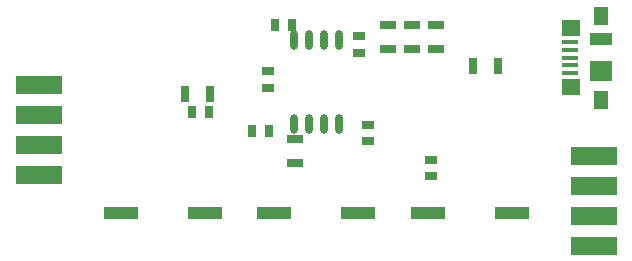
<source format=gtp>
G04*
G04 #@! TF.GenerationSoftware,Altium Limited,Altium Designer,20.2.4 (192)*
G04*
G04 Layer_Color=8421504*
%FSLAX25Y25*%
%MOIN*%
G70*
G04*
G04 #@! TF.SameCoordinates,121250D4-26CC-48BE-A980-2B83B7959B4A*
G04*
G04*
G04 #@! TF.FilePolarity,Positive*
G04*
G01*
G75*
%ADD14R,0.05512X0.03150*%
%ADD15O,0.02362X0.06693*%
%ADD16R,0.15748X0.05906*%
%ADD17R,0.02677X0.03858*%
%ADD18R,0.03150X0.05512*%
%ADD19R,0.03858X0.02677*%
%ADD20R,0.05118X0.06496*%
%ADD21R,0.07480X0.07087*%
%ADD22R,0.06102X0.05610*%
%ADD23R,0.05512X0.01772*%
%ADD24R,0.07480X0.03937*%
%ADD25R,0.11811X0.03937*%
D14*
X-7000Y-11035D02*
D03*
Y-2965D02*
D03*
X24000Y26965D02*
D03*
Y35035D02*
D03*
X32000D02*
D03*
Y26965D02*
D03*
X40000Y35035D02*
D03*
Y26965D02*
D03*
D15*
X-7500Y2024D02*
D03*
X-2500D02*
D03*
X2500D02*
D03*
X7500D02*
D03*
X-7500Y29976D02*
D03*
X-2500D02*
D03*
X2500D02*
D03*
X7500D02*
D03*
D16*
X92520Y-38622D02*
D03*
Y-28622D02*
D03*
Y-18622D02*
D03*
Y-8622D02*
D03*
X-92520Y15000D02*
D03*
Y5000D02*
D03*
Y-5000D02*
D03*
Y-15000D02*
D03*
D17*
X-15844Y-300D02*
D03*
X-21356D02*
D03*
X-35844Y6000D02*
D03*
X-41356D02*
D03*
X-8244Y35000D02*
D03*
X-13756D02*
D03*
D18*
X-43635Y12000D02*
D03*
X-35565D02*
D03*
X60435Y21400D02*
D03*
X52365D02*
D03*
D19*
X-16100Y14044D02*
D03*
Y19556D02*
D03*
X14400Y31356D02*
D03*
Y25844D02*
D03*
X38200Y-15456D02*
D03*
Y-9944D02*
D03*
X17300Y1756D02*
D03*
Y-3756D02*
D03*
D20*
X95079Y38076D02*
D03*
Y10124D02*
D03*
D21*
Y19572D02*
D03*
D22*
X84941Y33903D02*
D03*
Y14297D02*
D03*
D23*
X84646Y21541D02*
D03*
Y18982D02*
D03*
Y29218D02*
D03*
Y24100D02*
D03*
Y26659D02*
D03*
D24*
X95079Y30202D02*
D03*
D25*
X65158Y-27559D02*
D03*
X37205D02*
D03*
X13976D02*
D03*
X-13976D02*
D03*
X-37205D02*
D03*
X-65158D02*
D03*
M02*

</source>
